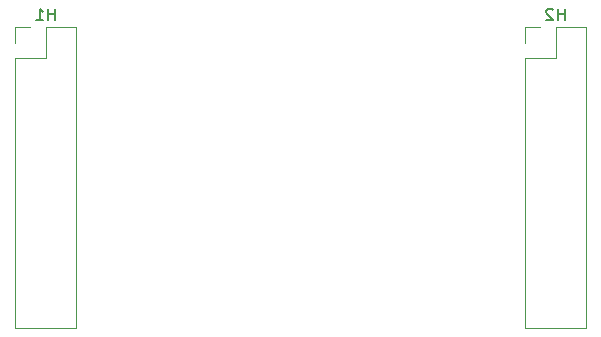
<source format=gbr>
G04 #@! TF.FileFunction,Legend,Bot*
%FSLAX46Y46*%
G04 Gerber Fmt 4.6, Leading zero omitted, Abs format (unit mm)*
G04 Created by KiCad (PCBNEW 4.0.7-e2-6376~58~ubuntu16.04.1) date Fri Sep  8 10:58:52 2017*
%MOMM*%
%LPD*%
G01*
G04 APERTURE LIST*
%ADD10C,0.100000*%
%ADD11C,0.120000*%
%ADD12C,0.150000*%
G04 APERTURE END LIST*
D10*
D11*
X125670000Y-92710000D02*
X125670000Y-115630000D01*
X125670000Y-115630000D02*
X130870000Y-115630000D01*
X130870000Y-115630000D02*
X130870000Y-90110000D01*
X130870000Y-90110000D02*
X128270000Y-90110000D01*
X128270000Y-90110000D02*
X128270000Y-92710000D01*
X128270000Y-92710000D02*
X125670000Y-92710000D01*
X125670000Y-91440000D02*
X125670000Y-90110000D01*
X125670000Y-90110000D02*
X126940000Y-90110000D01*
X168850000Y-92710000D02*
X168850000Y-115630000D01*
X168850000Y-115630000D02*
X174050000Y-115630000D01*
X174050000Y-115630000D02*
X174050000Y-90110000D01*
X174050000Y-90110000D02*
X171450000Y-90110000D01*
X171450000Y-90110000D02*
X171450000Y-92710000D01*
X171450000Y-92710000D02*
X168850000Y-92710000D01*
X168850000Y-91440000D02*
X168850000Y-90110000D01*
X168850000Y-90110000D02*
X170120000Y-90110000D01*
D12*
X129031905Y-89562381D02*
X129031905Y-88562381D01*
X129031905Y-89038571D02*
X128460476Y-89038571D01*
X128460476Y-89562381D02*
X128460476Y-88562381D01*
X127460476Y-89562381D02*
X128031905Y-89562381D01*
X127746191Y-89562381D02*
X127746191Y-88562381D01*
X127841429Y-88705238D01*
X127936667Y-88800476D01*
X128031905Y-88848095D01*
X172211905Y-89562381D02*
X172211905Y-88562381D01*
X172211905Y-89038571D02*
X171640476Y-89038571D01*
X171640476Y-89562381D02*
X171640476Y-88562381D01*
X171211905Y-88657619D02*
X171164286Y-88610000D01*
X171069048Y-88562381D01*
X170830952Y-88562381D01*
X170735714Y-88610000D01*
X170688095Y-88657619D01*
X170640476Y-88752857D01*
X170640476Y-88848095D01*
X170688095Y-88990952D01*
X171259524Y-89562381D01*
X170640476Y-89562381D01*
M02*

</source>
